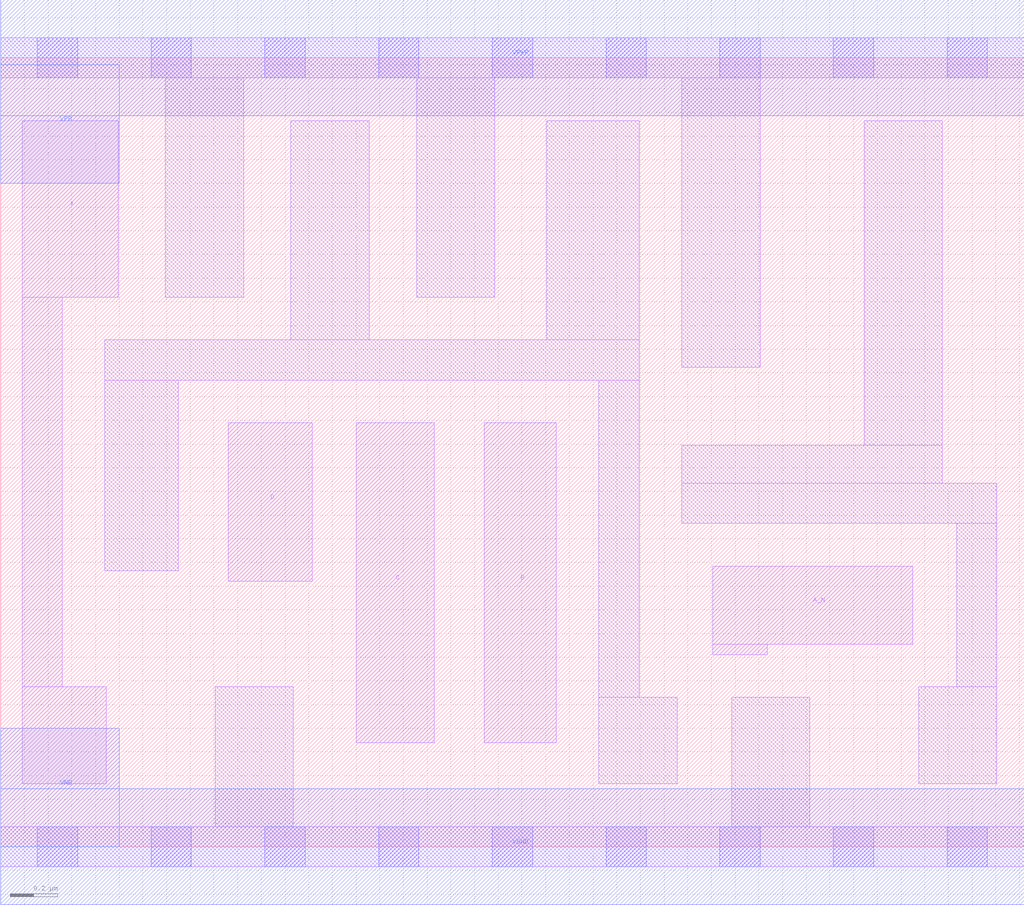
<source format=lef>
# Copyright 2020 The SkyWater PDK Authors
#
# Licensed under the Apache License, Version 2.0 (the "License");
# you may not use this file except in compliance with the License.
# You may obtain a copy of the License at
#
#     https://www.apache.org/licenses/LICENSE-2.0
#
# Unless required by applicable law or agreed to in writing, software
# distributed under the License is distributed on an "AS IS" BASIS,
# WITHOUT WARRANTIES OR CONDITIONS OF ANY KIND, either express or implied.
# See the License for the specific language governing permissions and
# limitations under the License.
#
# SPDX-License-Identifier: Apache-2.0

VERSION 5.5 ;
NAMESCASESENSITIVE ON ;
BUSBITCHARS "[]" ;
DIVIDERCHAR "/" ;
MACRO sky130_fd_sc_lp__and4b_lp
  CLASS CORE ;
  SOURCE USER ;
  ORIGIN  0.000000  0.000000 ;
  SIZE  4.320000 BY  3.330000 ;
  SYMMETRY X Y R90 ;
  SITE unit ;
  PIN A_N
    ANTENNAGATEAREA  0.376000 ;
    DIRECTION INPUT ;
    USE SIGNAL ;
    PORT
      LAYER li1 ;
        RECT 3.005000 0.810000 3.235000 0.855000 ;
        RECT 3.005000 0.855000 3.850000 1.185000 ;
    END
  END A_N
  PIN B
    ANTENNAGATEAREA  0.313000 ;
    DIRECTION INPUT ;
    USE SIGNAL ;
    PORT
      LAYER li1 ;
        RECT 2.040000 0.440000 2.345000 1.790000 ;
    END
  END B
  PIN C
    ANTENNAGATEAREA  0.313000 ;
    DIRECTION INPUT ;
    USE SIGNAL ;
    PORT
      LAYER li1 ;
        RECT 1.500000 0.440000 1.830000 1.790000 ;
    END
  END C
  PIN D
    ANTENNAGATEAREA  0.313000 ;
    DIRECTION INPUT ;
    USE SIGNAL ;
    PORT
      LAYER li1 ;
        RECT 0.960000 1.120000 1.315000 1.790000 ;
    END
  END D
  PIN X
    ANTENNADIFFAREA  0.404700 ;
    DIRECTION OUTPUT ;
    USE SIGNAL ;
    PORT
      LAYER li1 ;
        RECT 0.090000 0.265000 0.445000 0.675000 ;
        RECT 0.090000 0.675000 0.260000 2.320000 ;
        RECT 0.090000 2.320000 0.495000 3.065000 ;
    END
  END X
  PIN VGND
    DIRECTION INOUT ;
    USE GROUND ;
    PORT
      LAYER met1 ;
        RECT 0.000000 -0.245000 4.320000 0.245000 ;
    END
  END VGND
  PIN VNB
    DIRECTION INOUT ;
    USE GROUND ;
    PORT
      LAYER met1 ;
        RECT 0.000000 0.000000 0.500000 0.500000 ;
    END
  END VNB
  PIN VPB
    DIRECTION INOUT ;
    USE POWER ;
    PORT
      LAYER met1 ;
        RECT 0.000000 2.800000 0.500000 3.300000 ;
    END
  END VPB
  PIN VPWR
    DIRECTION INOUT ;
    USE POWER ;
    PORT
      LAYER met1 ;
        RECT 0.000000 3.085000 4.320000 3.575000 ;
    END
  END VPWR
  OBS
    LAYER li1 ;
      RECT 0.000000 -0.085000 4.320000 0.085000 ;
      RECT 0.000000  3.245000 4.320000 3.415000 ;
      RECT 0.440000  1.165000 0.750000 1.970000 ;
      RECT 0.440000  1.970000 2.695000 2.140000 ;
      RECT 0.695000  2.320000 1.025000 3.245000 ;
      RECT 0.905000  0.085000 1.235000 0.675000 ;
      RECT 1.225000  2.140000 1.555000 3.065000 ;
      RECT 1.755000  2.320000 2.085000 3.245000 ;
      RECT 2.305000  2.140000 2.695000 3.065000 ;
      RECT 2.525000  0.265000 2.855000 0.630000 ;
      RECT 2.525000  0.630000 2.695000 1.970000 ;
      RECT 2.875000  1.365000 4.205000 1.535000 ;
      RECT 2.875000  1.535000 3.975000 1.695000 ;
      RECT 2.875000  2.025000 3.205000 3.245000 ;
      RECT 3.085000  0.085000 3.415000 0.630000 ;
      RECT 3.645000  1.695000 3.975000 3.065000 ;
      RECT 3.875000  0.265000 4.205000 0.675000 ;
      RECT 4.035000  0.675000 4.205000 1.365000 ;
    LAYER mcon ;
      RECT 0.155000 -0.085000 0.325000 0.085000 ;
      RECT 0.155000  3.245000 0.325000 3.415000 ;
      RECT 0.635000 -0.085000 0.805000 0.085000 ;
      RECT 0.635000  3.245000 0.805000 3.415000 ;
      RECT 1.115000 -0.085000 1.285000 0.085000 ;
      RECT 1.115000  3.245000 1.285000 3.415000 ;
      RECT 1.595000 -0.085000 1.765000 0.085000 ;
      RECT 1.595000  3.245000 1.765000 3.415000 ;
      RECT 2.075000 -0.085000 2.245000 0.085000 ;
      RECT 2.075000  3.245000 2.245000 3.415000 ;
      RECT 2.555000 -0.085000 2.725000 0.085000 ;
      RECT 2.555000  3.245000 2.725000 3.415000 ;
      RECT 3.035000 -0.085000 3.205000 0.085000 ;
      RECT 3.035000  3.245000 3.205000 3.415000 ;
      RECT 3.515000 -0.085000 3.685000 0.085000 ;
      RECT 3.515000  3.245000 3.685000 3.415000 ;
      RECT 3.995000 -0.085000 4.165000 0.085000 ;
      RECT 3.995000  3.245000 4.165000 3.415000 ;
  END
END sky130_fd_sc_lp__and4b_lp
END LIBRARY

</source>
